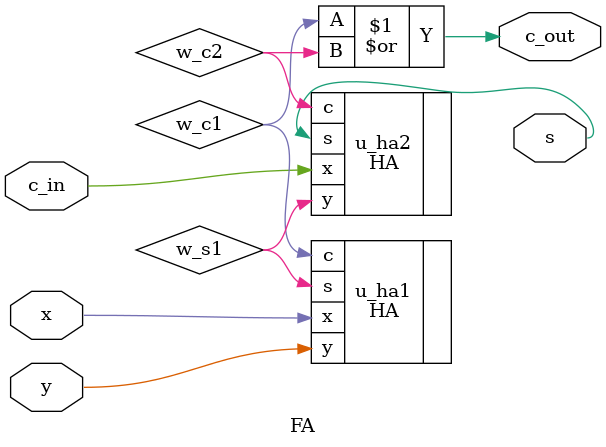
<source format=v>
module FA(
	input 	   x,
	input 	   y,
	input 	c_in,
	output     s, 
	output  c_out
);

wire w_s1, w_c1, w_c2;

HA u_ha1(
	.x(x),
	.y(y),
	.s(w_s1),
	.c(w_c1)
);
HA u_ha2(
	.x(c_in),
	.y(w_s1),
	.s(s),
	.c(w_c2)
);

assign c_out = w_c1 | w_c2;

endmodule


</source>
